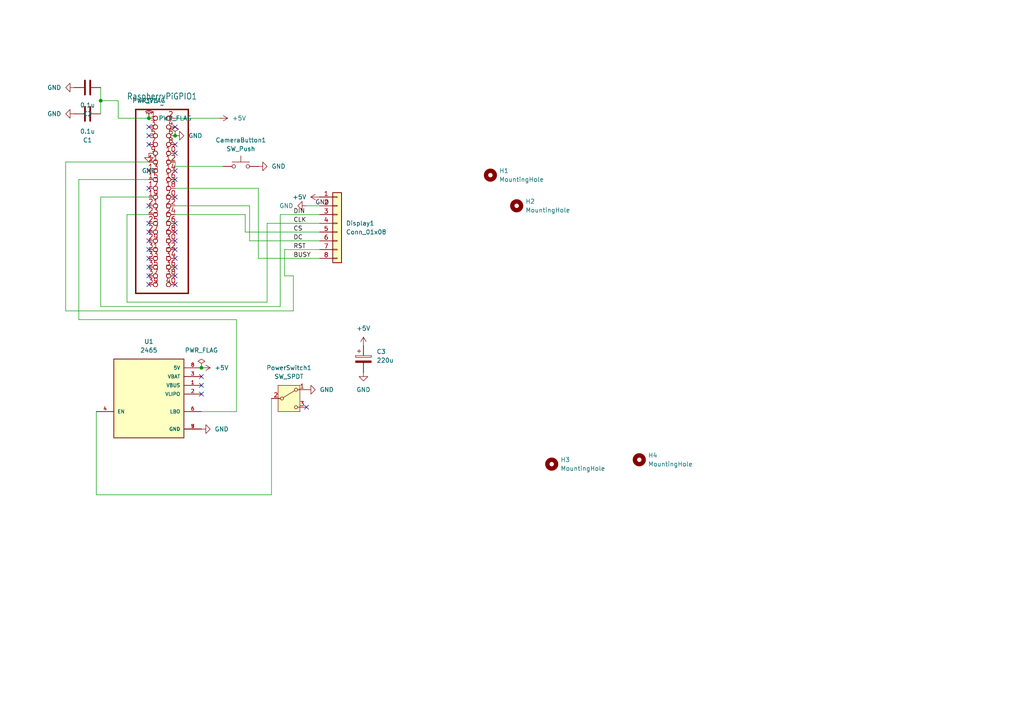
<source format=kicad_sch>
(kicad_sch (version 20250114) (generator "eeschema") (generator_version "9.0")
  (paper "A4")
  (lib_symbols
    (symbol "Adafruit 1000C:2465" (pin_names (offset 1.016))
      (property "Reference" "U" (at -10.16 10.795 0))
      (property "Value" "2465" (at -10.16 -15.24 0))
      (symbol "2465_0_0"
        (rectangle (start -10.16 -12.7) (end 10.16 10.16) (stroke (width 0.254)) (fill (type background)))
        (pin input line (at -15.24 -5.08 0) (length 5.08) (name "EN") (number "4"))
        (pin power_in line (at 15.24 7.62 180) (length 5.08) (name "5V") (number "8"))
        (pin power_in line (at 15.24 5.08 180) (length 5.08) (name "VBAT") (number "3"))
        (pin power_in line (at 15.24 2.54 180) (length 5.08) (name "VBUS") (number "1"))
        (pin power_in line (at 15.24 0 180) (length 5.08) (name "VLIPO") (number "2"))
        (pin output line (at 15.24 -5.08 180) (length 5.08) (name "LBO") (number "6"))
        (pin power_in line (at 15.24 -10.16 180) (length 5.08) (name "GND") (number "5"))
        (pin power_in line (at 15.24 -10.16 180) (length 5.08) (name "GND") (number "7"))
      )
    )
    (symbol "Connector_Generic:Conn_01x08" (pin_names (offset 1.016) (hide yes))
      (property "Reference" "J" (at 0 10.16 0))
      (property "Value" "Conn_01x08" (at 0 -12.7 0))
      (symbol "Conn_01x08_1_1"
        (rectangle (start -1.27 8.89) (end 1.27 -11.43) (stroke (width 0.254)) (fill (type background)))
        (rectangle (start -1.27 7.747) (end 0 7.493) (stroke (width 0.1524)))
        (rectangle (start -1.27 5.207) (end 0 4.953) (stroke (width 0.1524)))
        (rectangle (start -1.27 2.667) (end 0 2.413) (stroke (width 0.1524)))
        (rectangle (start -1.27 0.127) (end 0 -0.127) (stroke (width 0.1524)))
        (rectangle (start -1.27 -2.413) (end 0 -2.667) (stroke (width 0.1524)))
        (rectangle (start -1.27 -4.953) (end 0 -5.207) (stroke (width 0.1524)))
        (rectangle (start -1.27 -7.493) (end 0 -7.747) (stroke (width 0.1524)))
        (rectangle (start -1.27 -10.033) (end 0 -10.287) (stroke (width 0.1524)))
        (pin passive line (at -5.08 7.62 0) (length 3.81) (name "Pin_1") (number "1"))
        (pin passive line (at -5.08 5.08 0) (length 3.81) (name "Pin_2") (number "2"))
        (pin passive line (at -5.08 2.54 0) (length 3.81) (name "Pin_3") (number "3"))
        (pin passive line (at -5.08 0 0) (length 3.81) (name "Pin_4") (number "4"))
        (pin passive line (at -5.08 -2.54 0) (length 3.81) (name "Pin_5") (number "5"))
        (pin passive line (at -5.08 -5.08 0) (length 3.81) (name "Pin_6") (number "6"))
        (pin passive line (at -5.08 -7.62 0) (length 3.81) (name "Pin_7") (number "7"))
        (pin passive line (at -5.08 -10.16 0) (length 3.81) (name "Pin_8") (number "8"))
      )
    )
    (symbol "Device:C" (pin_numbers (hide yes)) (pin_names (offset 0.254))
      (property "Reference" "C" (at 0.635 2.54 0))
      (property "Value" "C" (at 0.635 -2.54 0))
      (symbol "C_0_1"
        (polyline (pts (xy -2.032 0.762) (xy 2.032 0.762)) (stroke (width 0.508)))
        (polyline (pts (xy -2.032 -0.762) (xy 2.032 -0.762)) (stroke (width 0.508)))
      )
      (symbol "C_1_1"
        (pin passive line (at 0 3.81 270) (length 2.794) (name "~") (number "1"))
        (pin passive line (at 0 -3.81 90) (length 2.794) (name "~") (number "2"))
      )
    )
    (symbol "Device:C_Polarized" (pin_numbers (hide yes)) (pin_names (offset 0.254))
      (property "Reference" "C" (at 0.635 2.54 0))
      (property "Value" "C_Polarized" (at 0.635 -2.54 0))
      (symbol "C_Polarized_0_1"
        (rectangle (start -2.286 0.508) (end 2.286 1.016))
        (polyline (pts (xy -1.778 2.286) (xy -0.762 2.286)))
        (polyline (pts (xy -1.27 2.794) (xy -1.27 1.778)))
        (rectangle (start 2.286 -0.508) (end -2.286 -1.016) (fill (type outline)))
      )
      (symbol "C_Polarized_1_1"
        (pin passive line (at 0 3.81 270) (length 2.794) (name "~") (number "1"))
        (pin passive line (at 0 -3.81 90) (length 2.794) (name "~") (number "2"))
      )
    )
    (symbol "Mechanical:MountingHole" (pin_names (offset 1.016)) (in_bom no)
      (property "Reference" "H" (at 0 5.08 0))
      (property "Value" "MountingHole" (at 0 3.175 0))
      (symbol "MountingHole_0_1"
        (circle (center 0 0) (radius 1.27) (stroke (width 1.27)))
      )
    )
    (symbol "PiGRRL-ButtonPCB-eagle-import:PINHD-2X20"
      (property "Reference" "JP" (at -6.35 26.035 0))
      (symbol "PINHD-2X20_1_0"
        (polyline (pts (xy -6.35 25.4) (xy -6.35 -27.94)) (stroke (width 0.4064)))
        (polyline (pts (xy -6.35 -27.94) (xy 8.89 -27.94)) (stroke (width 0.4064)))
        (polyline (pts (xy 8.89 25.4) (xy -6.35 25.4)) (stroke (width 0.4064)))
        (polyline (pts (xy 8.89 -27.94) (xy 8.89 25.4)) (stroke (width 0.4064)))
        (pin passive inverted (at -2.54 22.86 0) (length 2.54) (name "1") (number "1"))
        (pin passive inverted (at -2.54 20.32 0) (length 2.54) (name "3") (number "3"))
        (pin passive inverted (at -2.54 17.78 0) (length 2.54) (name "5") (number "5"))
        (pin passive inverted (at -2.54 15.24 0) (length 2.54) (name "7") (number "7"))
        (pin passive inverted (at -2.54 12.7 0) (length 2.54) (name "9") (number "9"))
        (pin passive inverted (at -2.54 10.16 0) (length 2.54) (name "11") (number "11"))
        (pin passive inverted (at -2.54 7.62 0) (length 2.54) (name "13") (number "13"))
        (pin passive inverted (at -2.54 5.08 0) (length 2.54) (name "15") (number "15"))
        (pin passive inverted (at -2.54 2.54 0) (length 2.54) (name "17") (number "17"))
        (pin passive inverted (at -2.54 0 0) (length 2.54) (name "19") (number "19"))
        (pin passive inverted (at -2.54 -2.54 0) (length 2.54) (name "21") (number "21"))
        (pin passive inverted (at -2.54 -5.08 0) (length 2.54) (name "23") (number "23"))
        (pin passive inverted (at -2.54 -7.62 0) (length 2.54) (name "25") (number "25"))
        (pin passive inverted (at -2.54 -10.16 0) (length 2.54) (name "27") (number "27"))
        (pin passive inverted (at -2.54 -12.7 0) (length 2.54) (name "29") (number "29"))
        (pin passive inverted (at -2.54 -15.24 0) (length 2.54) (name "31") (number "31"))
        (pin passive inverted (at -2.54 -17.78 0) (length 2.54) (name "33") (number "33"))
        (pin passive inverted (at -2.54 -20.32 0) (length 2.54) (name "35") (number "35"))
        (pin passive inverted (at -2.54 -22.86 0) (length 2.54) (name "37") (number "37"))
        (pin passive inverted (at -2.54 -25.4 0) (length 2.54) (name "39") (number "39"))
        (pin passive inverted (at 5.08 22.86 180) (length 2.54) (name "2") (number "2"))
        (pin passive inverted (at 5.08 20.32 180) (length 2.54) (name "4") (number "4"))
        (pin passive inverted (at 5.08 17.78 180) (length 2.54) (name "6") (number "6"))
        (pin passive inverted (at 5.08 15.24 180) (length 2.54) (name "8") (number "8"))
        (pin passive inverted (at 5.08 12.7 180) (length 2.54) (name "10") (number "10"))
        (pin passive inverted (at 5.08 10.16 180) (length 2.54) (name "12") (number "12"))
        (pin passive inverted (at 5.08 7.62 180) (length 2.54) (name "14") (number "14"))
        (pin passive inverted (at 5.08 5.08 180) (length 2.54) (name "16") (number "16"))
        (pin passive inverted (at 5.08 2.54 180) (length 2.54) (name "18") (number "18"))
        (pin passive inverted (at 5.08 0 180) (length 2.54) (name "20") (number "20"))
        (pin passive inverted (at 5.08 -2.54 180) (length 2.54) (name "22") (number "22"))
        (pin passive inverted (at 5.08 -5.08 180) (length 2.54) (name "24") (number "24"))
        (pin passive inverted (at 5.08 -7.62 180) (length 2.54) (name "26") (number "26"))
        (pin passive inverted (at 5.08 -10.16 180) (length 2.54) (name "28") (number "28"))
        (pin passive inverted (at 5.08 -12.7 180) (length 2.54) (name "30") (number "30"))
        (pin passive inverted (at 5.08 -15.24 180) (length 2.54) (name "32") (number "32"))
        (pin passive inverted (at 5.08 -17.78 180) (length 2.54) (name "34") (number "34"))
        (pin passive inverted (at 5.08 -20.32 180) (length 2.54) (name "36") (number "36"))
        (pin passive inverted (at 5.08 -22.86 180) (length 2.54) (name "38") (number "38"))
        (pin passive inverted (at 5.08 -25.4 180) (length 2.54) (name "40") (number "40"))
      )
    )
    (symbol "Switch:SW_Push" (pin_numbers (hide yes)) (pin_names (offset 1.016) (hide yes))
      (property "Reference" "SW" (at 1.27 2.54 0))
      (property "Value" "SW_Push" (at 0 -1.524 0))
      (symbol "SW_Push_0_1"
        (circle (center -2.032 0) (radius 0.508))
        (polyline (pts (xy 0 1.27) (xy 0 3.048)))
        (circle (center 2.032 0) (radius 0.508))
        (polyline (pts (xy 2.54 1.27) (xy -2.54 1.27)))
        (pin passive line (at -5.08 0 0) (length 2.54) (name "1") (number "1"))
        (pin passive line (at 5.08 0 180) (length 2.54) (name "2") (number "2"))
      )
    )
    (symbol "Switch:SW_SPDT" (pin_names (offset 0) (hide yes))
      (property "Reference" "SW" (at 0 5.08 0))
      (property "Value" "SW_SPDT" (at 0 -5.08 0))
      (symbol "SW_SPDT_0_1"
        (circle (center -2.032 0) (radius 0.4572))
        (polyline (pts (xy -1.651 0.254) (xy 1.651 2.286)))
        (circle (center 2.032 2.54) (radius 0.4572))
        (circle (center 2.032 -2.54) (radius 0.4572))
      )
      (symbol "SW_SPDT_1_1"
        (rectangle (start -3.175 3.81) (end 3.175 -3.81) (fill (type background)))
        (pin passive line (at -5.08 0 0) (length 2.54) (name "B") (number "2"))
        (pin passive line (at 5.08 2.54 180) (length 2.54) (name "A") (number "1"))
        (pin passive line (at 5.08 -2.54 180) (length 2.54) (name "C") (number "3"))
      )
    )
    (symbol "power:+3V3" (power) (pin_numbers (hide yes)) (pin_names (offset 0) (hide yes))
      (property "Value" "+3V3" (at 0 3.556 0))
      (symbol "+3V3_0_1"
        (polyline (pts (xy -0.762 1.27) (xy 0 2.54)))
        (polyline (pts (xy 0 2.54) (xy 0.762 1.27)))
        (polyline (pts (xy 0 0) (xy 0 2.54)))
      )
      (symbol "+3V3_1_1"
        (pin power_in line (at 0 0 90) (length 0) (name "~") (number "1"))
      )
    )
    (symbol "power:+5V" (power) (pin_numbers (hide yes)) (pin_names (offset 0) (hide yes))
      (property "Value" "+5V" (at 0 3.556 0))
      (symbol "+5V_0_1"
        (polyline (pts (xy -0.762 1.27) (xy 0 2.54)))
        (polyline (pts (xy 0 2.54) (xy 0.762 1.27)))
        (polyline (pts (xy 0 0) (xy 0 2.54)))
      )
      (symbol "+5V_1_1"
        (pin power_in line (at 0 0 90) (length 0) (name "~") (number "1"))
      )
    )
    (symbol "power:GND" (power) (pin_numbers (hide yes)) (pin_names (offset 0) (hide yes))
      (property "Value" "GND" (at 0 -3.81 0))
      (symbol "GND_0_1"
        (polyline (pts (xy 0 0) (xy 0 -1.27) (xy 1.27 -1.27) (xy 0 -2.54) (xy -1.27 -1.27) (xy 0 -1.27)))
      )
      (symbol "GND_1_1"
        (pin power_in line (at 0 0 270) (length 0) (name "~") (number "1"))
      )
    )
    (symbol "power:PWR_FLAG" (power) (pin_numbers (hide yes)) (pin_names (offset 0) (hide yes))
      (property "Value" "PWR_FLAG" (at 0 3.81 0))
      (symbol "PWR_FLAG_0_0"
        (pin power_out line (at 0 0 90) (length 0) (name "~") (number "1"))
      )
      (symbol "PWR_FLAG_0_1"
        (polyline (pts (xy 0 0) (xy 0 1.27) (xy -1.016 1.905) (xy 0 2.54) (xy 1.016 1.905) (xy 0 1.27)))
      )
    )
  )
  (junction (at 58.42 106.68))
  (junction (at 50.8 39.37))
  (junction (at 29.21 29.21))
  (junction (at 43.18 34.29))
  (no_connect (at 43.18 41.91))
  (no_connect (at 43.18 64.77))
  (no_connect (at 43.18 80.01))
  (no_connect (at 43.18 49.53))
  (no_connect (at 50.8 80.01))
  (no_connect (at 43.18 74.93))
  (no_connect (at 50.8 74.93))
  (no_connect (at 50.8 41.91))
  (no_connect (at 50.8 82.55))
  (no_connect (at 50.8 44.45))
  (no_connect (at 50.8 49.53))
  (no_connect (at 50.8 57.15))
  (no_connect (at 88.9 118.11))
  (no_connect (at 58.42 114.3))
  (no_connect (at 50.8 72.39))
  (no_connect (at 43.18 54.61))
  (no_connect (at 43.18 72.39))
  (no_connect (at 43.18 82.55))
  (no_connect (at 43.18 77.47))
  (no_connect (at 43.18 39.37))
  (no_connect (at 43.18 59.69))
  (no_connect (at 50.8 36.83))
  (no_connect (at 50.8 77.47))
  (no_connect (at 58.42 109.22))
  (no_connect (at 43.18 69.85))
  (no_connect (at 43.18 67.31))
  (no_connect (at 43.18 36.83))
  (no_connect (at 50.8 67.31))
  (no_connect (at 50.8 64.77))
  (no_connect (at 50.8 52.07))
  (no_connect (at 50.8 69.85))
  (no_connect (at 58.42 111.76))
  (wire (pts (xy 34.29 34.29) (xy 43.18 34.29)))
  (wire (pts (xy 71.12 67.31) (xy 92.71 67.31)))
  (wire (pts (xy 29.21 57.15) (xy 29.21 88.9)))
  (wire (pts (xy 71.12 62.23) (xy 71.12 67.31)))
  (wire (pts (xy 77.47 87.63) (xy 77.47 64.77)))
  (wire (pts (xy 29.21 29.21) (xy 34.29 29.21)))
  (wire (pts (xy 77.47 64.77) (xy 92.71 64.77)))
  (wire (pts (xy 72.39 69.85) (xy 92.71 69.85)))
  (wire (pts (xy 50.8 59.69) (xy 72.39 59.69)))
  (wire (pts (xy 22.86 92.71) (xy 22.86 52.07)))
  (wire (pts (xy 85.09 90.17) (xy 19.05 90.17)))
  (wire (pts (xy 81.28 62.23) (xy 92.71 62.23)))
  (wire (pts (xy 82.55 72.39) (xy 92.71 72.39)))
  (wire (pts (xy 88.9 59.69) (xy 92.71 59.69)))
  (wire (pts (xy 85.09 90.17) (xy 85.09 80.01)))
  (wire (pts (xy 58.42 119.38) (xy 68.58 119.38)))
  (wire (pts (xy 81.28 88.9) (xy 81.28 62.23)))
  (wire (pts (xy 68.58 119.38) (xy 68.58 92.71)))
  (wire (pts (xy 36.83 87.63) (xy 77.47 87.63)))
  (wire (pts (xy 50.8 62.23) (xy 71.12 62.23)))
  (wire (pts (xy 34.29 34.29) (xy 34.29 29.21)))
  (wire (pts (xy 72.39 59.69) (xy 72.39 69.85)))
  (wire (pts (xy 22.86 52.07) (xy 43.18 52.07)))
  (wire (pts (xy 78.74 143.51) (xy 78.74 115.57)))
  (wire (pts (xy 82.55 80.01) (xy 82.55 72.39)))
  (wire (pts (xy 19.05 46.99) (xy 43.18 46.99)))
  (wire (pts (xy 29.21 25.4) (xy 29.21 29.21)))
  (wire (pts (xy 27.94 119.38) (xy 27.94 143.51)))
  (wire (pts (xy 27.94 143.51) (xy 78.74 143.51)))
  (wire (pts (xy 43.18 57.15) (xy 29.21 57.15)))
  (wire (pts (xy 43.18 62.23) (xy 36.83 62.23)))
  (wire (pts (xy 85.09 80.01) (xy 82.55 80.01)))
  (wire (pts (xy 19.05 90.17) (xy 19.05 46.99)))
  (wire (pts (xy 64.77 48.26) (xy 50.8 48.26)))
  (wire (pts (xy 74.93 74.93) (xy 74.93 54.61)))
  (wire (pts (xy 36.83 62.23) (xy 36.83 87.63)))
  (wire (pts (xy 68.58 92.71) (xy 22.86 92.71)))
  (wire (pts (xy 74.93 74.93) (xy 92.71 74.93)))
  (wire (pts (xy 50.8 48.26) (xy 50.8 46.99)))
  (wire (pts (xy 50.8 54.61) (xy 74.93 54.61)))
  (wire (pts (xy 29.21 88.9) (xy 81.28 88.9)))
  (wire (pts (xy 63.5 34.29) (xy 50.8 34.29)))
  (wire (pts (xy 29.21 29.21) (xy 29.21 33.02)))
  (label "CS" (at 85.09 67.31 0))
  (label "RST" (at 85.09 72.39 0))
  (label "DC" (at 85.09 69.85 0))
  (label "DIN" (at 85.09 62.23 0))
  (label "BUSY" (at 85.09 74.93 0))
  (label "GND" (at 91.44 59.69 0))
  (label "CLK" (at 85.09 64.77 0))
  (symbol (lib_id "power:+3V3") (at 43.18 34.29 0) (unit 1)
    (property "Reference" "#PWR01" (effects (hide yes)))
    (property "Value" "+3V3" (at 43.18 29.21 0))
    (property "Description" "Power symbol creates a global label with name \"+3V3\"" (effects (hide yes)))
  )
  (symbol (lib_id "Connector_Generic:Conn_01x08") (at 97.79 64.77 0) (unit 1)
    (property "Reference" "Display1" (at 100.33 64.7699 0) (effects (justify left)))
    (property "Value" "Conn_01x08" (at 100.33 67.3099 0) (effects (justify left)))
    (property "Footprint" "Connector_PinHeader_2.54mm:PinHeader_1x08_P2.54mm_Vertical" (effects (hide yes)))
    (property "Description" "Generic connector, single row, 01x08, script generated (kicad-library-utils/schlib/autogen/connector/)" (effects (hide yes)))
  )
  (symbol (lib_id "power:PWR_FLAG") (at 43.18 34.29 0) (unit 1)
    (property "Reference" "#FLG02" (effects (hide yes)))
    (property "Value" "PWR_FLAG" (at 43.18 29.21 0))
    (property "Description" "Special symbol for telling ERC where power comes from" (effects (hide yes)))
  )
  (symbol (lib_id "power:GND") (at 21.59 33.02 270) (unit 1)
    (property "Reference" "#PWR06" (effects (hide yes)))
    (property "Value" "GND" (at 17.78 33.0201 90) (effects (justify right)))
    (property "Description" "Power symbol creates a global label with name \"GND\" , ground" (effects (hide yes)))
  )
  (symbol (lib_id "Switch:SW_Push") (at 69.85 48.26 0) (unit 1)
    (property "Reference" "CameraButton1" (at 69.85 40.64 0))
    (property "Value" "SW_Push" (at 69.85 43.18 0))
    (property "Footprint" "Button_Switch_THT:SW_PUSH-12mm" (effects (hide yes)))
    (property "Description" "Push button switch, generic, two pins" (effects (hide yes)))
  )
  (symbol (lib_id "Switch:SW_SPDT") (at 83.82 115.57 0) (unit 1)
    (property "Reference" "PowerSwitch1" (at 83.82 106.68 0))
    (property "Value" "SW_SPDT" (at 83.82 109.22 0))
    (property "Footprint" "SPDT:SW_MINI-SPDT-SW" (effects (hide yes)))
    (property "Description" "Switch, single pole double throw" (effects (hide yes)))
  )
  (symbol (lib_id "power:PWR_FLAG") (at 50.8 39.37 0) (unit 1)
    (property "Reference" "#FLG03" (effects (hide yes)))
    (property "Value" "PWR_FLAG" (at 50.8 34.29 0))
    (property "Description" "Special symbol for telling ERC where power comes from" (effects (hide yes)))
  )
  (symbol (lib_id "Adafruit 1000C:2465") (at 43.18 114.3 0) (unit 1)
    (property "Reference" "U1" (at 43.18 99.06 0))
    (property "Value" "2465" (at 43.18 101.6 0))
    (property "Footprint" "adafruit 1000c:MODULE_2465" (effects (hide yes)))
    (property "MF" "Adafruit Industries" (effects (hide yes)))
    (property "MAXIMUM_PACKAGE_HEIGHT" "10.16 mm" (effects (hide yes)))
    (property "Package" "NON-STANDARD-29 ADAFRUIT" (effects (hide yes)))
    (property "Price" "None" (effects (hide yes)))
    (property "Check_prices" "https://www.snapeda.com/parts/2465/Adafruit+Industries/view-part/?ref=eda" (effects (hide yes)))
    (property "STANDARD" "Manufacturer Recommendations" (effects (hide yes)))
    (property "PARTREV" "B" (effects (hide yes)))
    (property "SnapEDA_Link" "https://www.snapeda.com/parts/2465/Adafruit+Industries/view-part/?ref=snap" (effects (hide yes)))
    (property "MP" "2465" (effects (hide yes)))
    (property "Description_1" "PowerBoost 1000 Charger - Rechargeable 5V Lipo USB Boost at 1A - 1000C" (effects (hide yes)))
    (property "Availability" "In Stock" (effects (hide yes)))
    (property "MANUFACTURER" "Adafruit" (effects (hide yes)))
  )
  (symbol (lib_id "power:GND") (at 88.9 113.03 90) (unit 1)
    (property "Reference" "#PWR011" (effects (hide yes)))
    (property "Value" "GND" (at 92.71 113.0299 90) (effects (justify right)))
    (property "Description" "Power symbol creates a global label with name \"GND\" , ground" (effects (hide yes)))
  )
  (symbol (lib_id "power:GND") (at 88.9 59.69 270) (unit 1)
    (property "Reference" "#PWR04" (effects (hide yes)))
    (property "Value" "GND" (at 85.09 59.6899 90) (effects (justify right)))
    (property "Description" "Power symbol creates a global label with name \"GND\" , ground" (effects (hide yes)))
  )
  (symbol (lib_id "Mechanical:MountingHole") (at 160.02 134.62 0) (unit 1) (in_bom no)
    (property "Reference" "H3" (at 162.56 133.3499 0) (effects (justify left)))
    (property "Value" "MountingHole" (at 162.56 135.8899 0) (effects (justify left)))
    (property "Footprint" "MountingHole:MountingHole_3mm" (effects (hide yes)))
    (property "Description" "Mounting Hole without connection" (effects (hide yes)))
  )
  (symbol (lib_id "power:+5V") (at 63.5 34.29 270) (unit 1)
    (property "Reference" "#PWR013" (effects (hide yes)))
    (property "Value" "+5V" (at 67.31 34.2899 90) (effects (justify left)))
    (property "Description" "Power symbol creates a global label with name \"+5V\"" (effects (hide yes)))
  )
  (symbol (lib_id "power:GND") (at 21.59 25.4 270) (unit 1)
    (property "Reference" "#PWR07" (effects (hide yes)))
    (property "Value" "GND" (at 17.78 25.4001 90) (effects (justify right)))
    (property "Description" "Power symbol creates a global label with name \"GND\" , ground" (effects (hide yes)))
  )
  (symbol (lib_id "power:+5V") (at 105.41 100.33 0) (unit 1)
    (property "Reference" "#PWR012" (effects (hide yes)))
    (property "Value" "+5V" (at 105.41 95.25 0))
    (property "Description" "Power symbol creates a global label with name \"+5V\"" (effects (hide yes)))
  )
  (symbol (lib_id "power:GND") (at 43.18 44.45 0) (unit 1)
    (property "Reference" "#PWR03" (effects (hide yes)))
    (property "Value" "GND" (at 43.18 49.53 0))
    (property "Description" "Power symbol creates a global label with name \"GND\" , ground" (effects (hide yes)))
  )
  (symbol (lib_id "power:+5V") (at 92.71 57.15 90) (unit 1)
    (property "Reference" "#PWR014" (effects (hide yes)))
    (property "Value" "+5V" (at 88.9 57.1499 90) (effects (justify left)))
    (property "Description" "Power symbol creates a global label with name \"+5V\"" (effects (hide yes)))
  )
  (symbol (lib_id "PiGRRL-ButtonPCB-eagle-import:PINHD-2X20") (at 45.72 57.15 0) (unit 1)
    (property "Reference" "RaspberryPiGPIO1" (at 46.99 27.94 0) (effects (font (size 1.778 1.5113))))
    (property "Value" "~" (at 46.99 30.48 0) (effects (font (size 1.778 1.5113))))
    (property "Footprint" "Module:Raspberry_Pi_Zero_Socketed_THT_FaceDown_MountingHoles" (effects (hide yes)))
    (property "Description" "PIN HEADER" (effects (hide yes)))
  )
  (symbol (lib_id "Mechanical:MountingHole") (at 185.42 133.35 0) (unit 1) (in_bom no)
    (property "Reference" "H4" (at 187.96 132.0799 0) (effects (justify left)))
    (property "Value" "MountingHole" (at 187.96 134.6199 0) (effects (justify left)))
    (property "Footprint" "MountingHole:MountingHole_3mm" (effects (hide yes)))
    (property "Description" "Mounting Hole without connection" (effects (hide yes)))
  )
  (symbol (lib_id "Device:C") (at 25.4 33.02 270) (unit 1)
    (property "Reference" "C1" (at 25.4 40.64 90))
    (property "Value" "0.1u" (at 25.4 38.1 90))
    (property "Footprint" "Capacitor_THT:C_Disc_D5.0mm_W2.5mm_P2.50mm" (effects (hide yes)))
    (property "Description" "Unpolarized capacitor" (effects (hide yes)))
  )
  (symbol (lib_id "Mechanical:MountingHole") (at 149.86 59.69 0) (unit 1) (in_bom no)
    (property "Reference" "H2" (at 152.4 58.4199 0) (effects (justify left)))
    (property "Value" "MountingHole" (at 152.4 60.9599 0) (effects (justify left)))
    (property "Footprint" "MountingHole:MountingHole_2.7mm_M2.5" (effects (hide yes)))
    (property "Description" "Mounting Hole without connection" (effects (hide yes)))
  )
  (symbol (lib_id "power:GND") (at 58.42 124.46 90) (unit 1)
    (property "Reference" "#PWR010" (effects (hide yes)))
    (property "Value" "GND" (at 62.23 124.4599 90) (effects (justify right)))
    (property "Description" "Power symbol creates a global label with name \"GND\" , ground" (effects (hide yes)))
  )
  (symbol (lib_id "Device:C") (at 25.4 25.4 270) (unit 1)
    (property "Reference" "C2" (at 25.4 33.02 90))
    (property "Value" "0.1u" (at 25.4 30.48 90))
    (property "Footprint" "Capacitor_THT:C_Disc_D5.0mm_W2.5mm_P2.50mm" (effects (hide yes)))
    (property "Description" "Unpolarized capacitor" (effects (hide yes)))
  )
  (symbol (lib_id "power:GND") (at 74.93 48.26 90) (unit 1)
    (property "Reference" "#PWR08" (effects (hide yes)))
    (property "Value" "GND" (at 78.74 48.2599 90) (effects (justify right)))
    (property "Description" "Power symbol creates a global label with name \"GND\" , ground" (effects (hide yes)))
  )
  (symbol (lib_id "power:PWR_FLAG") (at 58.42 106.68 0) (unit 1)
    (property "Reference" "#FLG01" (effects (hide yes)))
    (property "Value" "PWR_FLAG" (at 58.42 101.6 0))
    (property "Description" "Special symbol for telling ERC where power comes from" (effects (hide yes)))
  )
  (symbol (lib_id "power:GND") (at 105.41 107.95 0) (unit 1)
    (property "Reference" "#PWR05" (effects (hide yes)))
    (property "Value" "GND" (at 105.41 113.03 0))
    (property "Description" "Power symbol creates a global label with name \"GND\" , ground" (effects (hide yes)))
  )
  (symbol (lib_id "Mechanical:MountingHole") (at 142.24 50.8 0) (unit 1) (in_bom no)
    (property "Reference" "H1" (at 144.78 49.5299 0) (effects (justify left)))
    (property "Value" "MountingHole" (at 144.78 52.0699 0) (effects (justify left)))
    (property "Footprint" "MountingHole:MountingHole_2.7mm_M2.5" (effects (hide yes)))
    (property "Description" "Mounting Hole without connection" (effects (hide yes)))
  )
  (symbol (lib_id "power:+5V") (at 58.42 106.68 270) (unit 1)
    (property "Reference" "#PWR09" (effects (hide yes)))
    (property "Value" "+5V" (at 62.23 106.6799 90) (effects (justify left)))
    (property "Description" "Power symbol creates a global label with name \"+5V\"" (effects (hide yes)))
  )
  (symbol (lib_id "power:GND") (at 50.8 39.37 90) (unit 1)
    (property "Reference" "#PWR02" (effects (hide yes)))
    (property "Value" "GND" (at 54.61 39.3699 90) (effects (justify right)))
    (property "Description" "Power symbol creates a global label with name \"GND\" , ground" (effects (hide yes)))
  )
  (symbol (lib_id "Device:C_Polarized") (at 105.41 104.14 0) (unit 1)
    (property "Reference" "C3" (at 109.22 101.9809 0) (effects (justify left)))
    (property "Value" "220u" (at 109.22 104.5209 0) (effects (justify left)))
    (property "Footprint" "Capacitor_THT:CP_Radial_D5.0mm_P2.50mm" (effects (hide yes)))
    (property "Description" "Polarized capacitor" (effects (hide yes)))
  )
)
</source>
